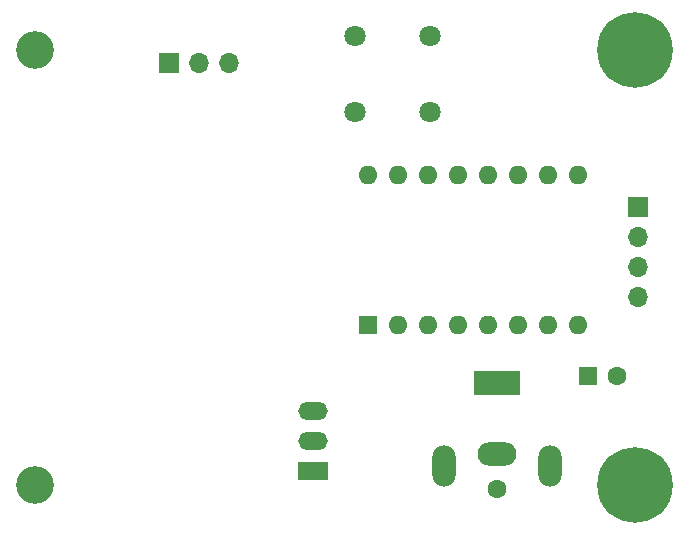
<source format=gbs>
%TF.GenerationSoftware,KiCad,Pcbnew,(6.0.1)*%
%TF.CreationDate,2022-02-11T20:29:28+00:00*%
%TF.ProjectId,pcb,7063622e-6b69-4636-9164-5f7063625858,rev?*%
%TF.SameCoordinates,Original*%
%TF.FileFunction,Soldermask,Bot*%
%TF.FilePolarity,Negative*%
%FSLAX46Y46*%
G04 Gerber Fmt 4.6, Leading zero omitted, Abs format (unit mm)*
G04 Created by KiCad (PCBNEW (6.0.1)) date 2022-02-11 20:29:28*
%MOMM*%
%LPD*%
G01*
G04 APERTURE LIST*
%ADD10R,1.600000X1.600000*%
%ADD11O,1.600000X1.600000*%
%ADD12C,3.200000*%
%ADD13C,1.800000*%
%ADD14O,2.000000X3.500000*%
%ADD15O,3.300000X2.000000*%
%ADD16R,4.000000X2.000000*%
%ADD17C,1.600000*%
%ADD18R,1.700000X1.700000*%
%ADD19O,1.700000X1.700000*%
%ADD20C,6.400000*%
%ADD21R,2.500000X1.500000*%
%ADD22O,2.500000X1.500000*%
G04 APERTURE END LIST*
D10*
%TO.C,A1*%
X109474000Y-70856000D03*
D11*
X112014000Y-70856000D03*
X114554000Y-70856000D03*
X117094000Y-70856000D03*
X119634000Y-70856000D03*
X122174000Y-70856000D03*
X124714000Y-70856000D03*
X127254000Y-70856000D03*
X127254000Y-58156000D03*
X124714000Y-58156000D03*
X122174000Y-58156000D03*
X119634000Y-58156000D03*
X117094000Y-58156000D03*
X114554000Y-58156000D03*
X112014000Y-58156000D03*
X109474000Y-58156000D03*
%TD*%
D12*
%TO.C,H3*%
X81280000Y-84445000D03*
%TD*%
D13*
%TO.C,SW1*%
X114681000Y-52819000D03*
X114681000Y-46419000D03*
%TD*%
D14*
%TO.C,J2*%
X115896000Y-82780000D03*
X124896000Y-82780000D03*
D15*
X120396000Y-81780000D03*
D16*
X120396000Y-75780000D03*
D17*
X120396000Y-84780000D03*
%TD*%
D10*
%TO.C,C4*%
X128056000Y-75184000D03*
D17*
X130556000Y-75184000D03*
%TD*%
D12*
%TO.C,H1*%
X81280000Y-47615000D03*
%TD*%
D18*
%TO.C,J1*%
X92583000Y-48641000D03*
D19*
X95123000Y-48641000D03*
X97663000Y-48641000D03*
%TD*%
D20*
%TO.C,H2*%
X132080000Y-47615000D03*
%TD*%
%TO.C,H4*%
X132080000Y-84445000D03*
%TD*%
D18*
%TO.C,J3*%
X132330300Y-60865900D03*
D19*
X132330300Y-63405900D03*
X132330300Y-65945900D03*
X132330300Y-68485900D03*
%TD*%
D21*
%TO.C,U2*%
X104806500Y-83229900D03*
D22*
X104806500Y-80689900D03*
X104806500Y-78149900D03*
%TD*%
D13*
%TO.C,SW2*%
X108331000Y-52819000D03*
X108331000Y-46419000D03*
%TD*%
M02*

</source>
